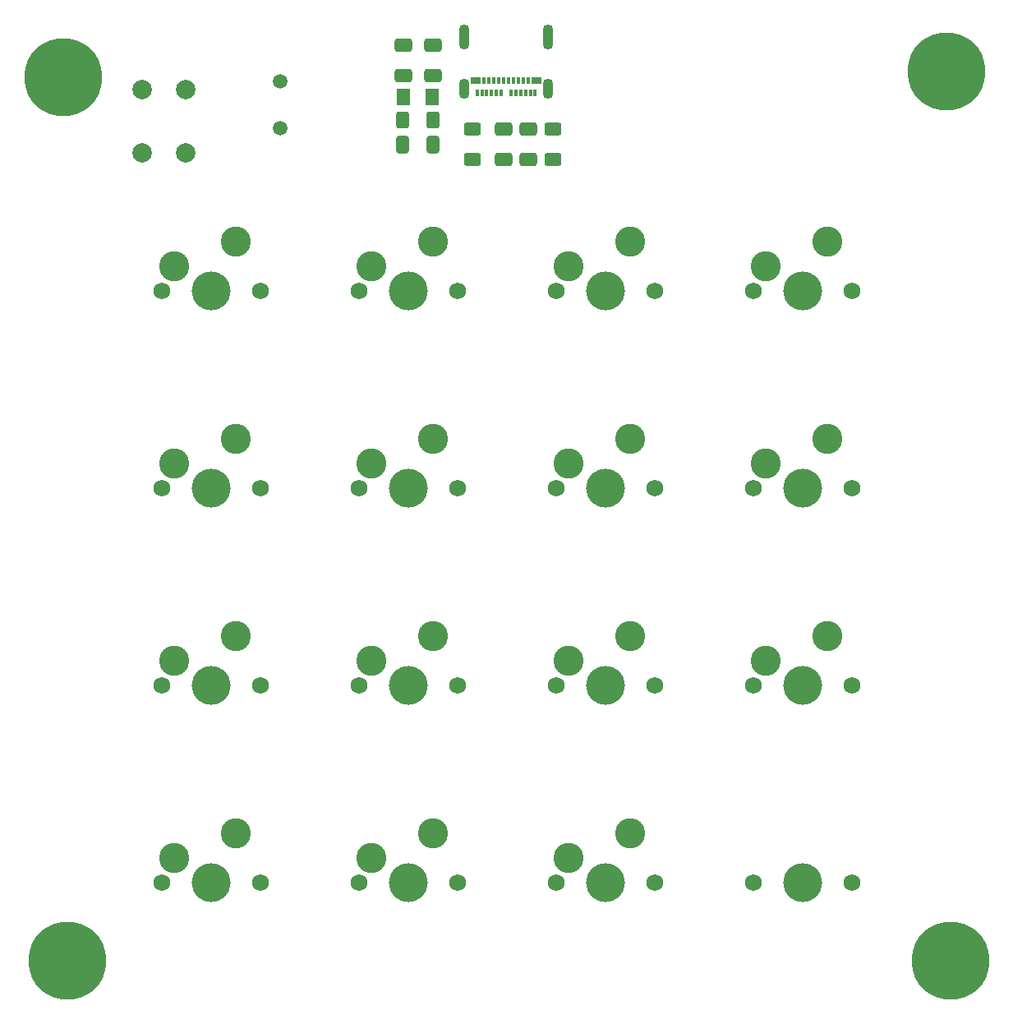
<source format=gts>
%TF.GenerationSoftware,KiCad,Pcbnew,7.0.1*%
%TF.CreationDate,2023-05-22T14:58:09-04:00*%
%TF.ProjectId,MacroPad,4d616372-6f50-4616-942e-6b696361645f,rev?*%
%TF.SameCoordinates,Original*%
%TF.FileFunction,Soldermask,Top*%
%TF.FilePolarity,Negative*%
%FSLAX46Y46*%
G04 Gerber Fmt 4.6, Leading zero omitted, Abs format (unit mm)*
G04 Created by KiCad (PCBNEW 7.0.1) date 2023-05-22 14:58:09*
%MOMM*%
%LPD*%
G01*
G04 APERTURE LIST*
G04 Aperture macros list*
%AMRoundRect*
0 Rectangle with rounded corners*
0 $1 Rounding radius*
0 $2 $3 $4 $5 $6 $7 $8 $9 X,Y pos of 4 corners*
0 Add a 4 corners polygon primitive as box body*
4,1,4,$2,$3,$4,$5,$6,$7,$8,$9,$2,$3,0*
0 Add four circle primitives for the rounded corners*
1,1,$1+$1,$2,$3*
1,1,$1+$1,$4,$5*
1,1,$1+$1,$6,$7*
1,1,$1+$1,$8,$9*
0 Add four rect primitives between the rounded corners*
20,1,$1+$1,$2,$3,$4,$5,0*
20,1,$1+$1,$4,$5,$6,$7,0*
20,1,$1+$1,$6,$7,$8,$9,0*
20,1,$1+$1,$8,$9,$2,$3,0*%
G04 Aperture macros list end*
%ADD10C,1.750000*%
%ADD11C,3.100000*%
%ADD12C,4.000000*%
%ADD13C,0.900000*%
%ADD14C,8.000000*%
%ADD15RoundRect,0.250000X0.650000X-0.412500X0.650000X0.412500X-0.650000X0.412500X-0.650000X-0.412500X0*%
%ADD16RoundRect,0.250000X-0.625000X0.400000X-0.625000X-0.400000X0.625000X-0.400000X0.625000X0.400000X0*%
%ADD17R,0.300000X0.700000*%
%ADD18R,1.000000X0.700000*%
%ADD19O,1.100000X2.100000*%
%ADD20O,1.100000X2.600000*%
%ADD21RoundRect,0.250001X0.462499X0.624999X-0.462499X0.624999X-0.462499X-0.624999X0.462499X-0.624999X0*%
%ADD22RoundRect,0.250000X-0.650000X0.412500X-0.650000X-0.412500X0.650000X-0.412500X0.650000X0.412500X0*%
%ADD23RoundRect,0.250000X0.412500X0.650000X-0.412500X0.650000X-0.412500X-0.650000X0.412500X-0.650000X0*%
%ADD24RoundRect,0.250000X-0.400000X-0.625000X0.400000X-0.625000X0.400000X0.625000X-0.400000X0.625000X0*%
%ADD25C,1.500000*%
%ADD26C,2.000000*%
G04 APERTURE END LIST*
D10*
X109220000Y-73660000D03*
D11*
X110490000Y-71120000D03*
D12*
X114300000Y-73660000D03*
D11*
X116840000Y-68580000D03*
D10*
X119380000Y-73660000D03*
X129540000Y-73660000D03*
D11*
X130810000Y-71120000D03*
D12*
X134620000Y-73660000D03*
D11*
X137160000Y-68580000D03*
D10*
X139700000Y-73660000D03*
X160020000Y-73660000D03*
D11*
X157480000Y-68580000D03*
D12*
X154940000Y-73660000D03*
D11*
X151130000Y-71120000D03*
D10*
X149860000Y-73660000D03*
X149860000Y-93980000D03*
D11*
X151130000Y-91440000D03*
D12*
X154940000Y-93980000D03*
D11*
X157480000Y-88900000D03*
D10*
X160020000Y-93980000D03*
X129540000Y-93980000D03*
D11*
X130810000Y-91440000D03*
D12*
X134620000Y-93980000D03*
D11*
X137160000Y-88900000D03*
D10*
X139700000Y-93980000D03*
D13*
X167180000Y-142658680D03*
X168058680Y-140537360D03*
X168058680Y-144780000D03*
X170180000Y-139658680D03*
D14*
X170180000Y-142658680D03*
D13*
X170180000Y-145658680D03*
X172301320Y-140537360D03*
X172301320Y-144780000D03*
X173180000Y-142658680D03*
D15*
X113792000Y-51483500D03*
X113792000Y-48358500D03*
D10*
X149860000Y-134620000D03*
D12*
X154940000Y-134620000D03*
D10*
X160020000Y-134620000D03*
X88900000Y-73660000D03*
D11*
X90170000Y-71120000D03*
D12*
X93980000Y-73660000D03*
D11*
X96520000Y-68580000D03*
D10*
X99060000Y-73660000D03*
D16*
X129247500Y-57007000D03*
X129247500Y-60107000D03*
D10*
X88900000Y-134620000D03*
D11*
X90170000Y-132080000D03*
D12*
X93980000Y-134620000D03*
D11*
X96520000Y-129540000D03*
D10*
X99060000Y-134620000D03*
X149860000Y-114300000D03*
D11*
X151130000Y-111760000D03*
D12*
X154940000Y-114300000D03*
D11*
X157480000Y-109220000D03*
D10*
X160020000Y-114300000D03*
X129540000Y-114300000D03*
D11*
X130810000Y-111760000D03*
D12*
X134620000Y-114300000D03*
D11*
X137160000Y-109220000D03*
D10*
X139700000Y-114300000D03*
D13*
X75740000Y-51639000D03*
X76618680Y-49517680D03*
X76618680Y-53760320D03*
X78740000Y-48639000D03*
D14*
X78740000Y-51639000D03*
D13*
X78740000Y-54639000D03*
X80861320Y-49517680D03*
X80861320Y-53760320D03*
X81740000Y-51639000D03*
D10*
X109220000Y-134620000D03*
D11*
X110490000Y-132080000D03*
D12*
X114300000Y-134620000D03*
D11*
X116840000Y-129540000D03*
D10*
X119380000Y-134620000D03*
X109220000Y-93980000D03*
D11*
X110490000Y-91440000D03*
D12*
X114300000Y-93980000D03*
D11*
X116840000Y-88900000D03*
D10*
X119380000Y-93980000D03*
D17*
X127412000Y-53268000D03*
X126912000Y-53268000D03*
X126412000Y-53268000D03*
X125912000Y-53268000D03*
X125412000Y-53268000D03*
X124912000Y-53268000D03*
X123912000Y-53268000D03*
X123412000Y-53268000D03*
X122912000Y-53268000D03*
X122412000Y-53268000D03*
X121912000Y-53268000D03*
X121412000Y-53268000D03*
D18*
X121312000Y-51968000D03*
D17*
X122162000Y-51968000D03*
X122662000Y-51968000D03*
X123162000Y-51968000D03*
X123662000Y-51968000D03*
X124162000Y-51968000D03*
X124662000Y-51968000D03*
X125162000Y-51968000D03*
X125662000Y-51968000D03*
X126162000Y-51968000D03*
X126662000Y-51968000D03*
D18*
X127512000Y-51968000D03*
D19*
X128732000Y-52858000D03*
D20*
X128732000Y-47498000D03*
D19*
X120092000Y-52858000D03*
D20*
X120092000Y-47498000D03*
D10*
X88900000Y-114300000D03*
D11*
X90170000Y-111760000D03*
D12*
X93980000Y-114300000D03*
D11*
X96520000Y-109220000D03*
D10*
X99060000Y-114300000D03*
D21*
X116803000Y-53657500D03*
X113828000Y-53657500D03*
D10*
X129540000Y-134620000D03*
D11*
X130810000Y-132080000D03*
D12*
X134620000Y-134620000D03*
D11*
X137160000Y-129540000D03*
D10*
X139700000Y-134620000D03*
D22*
X126707500Y-56956000D03*
X126707500Y-60081000D03*
D16*
X120904000Y-57007000D03*
X120904000Y-60107000D03*
D10*
X88900000Y-93980000D03*
D11*
X90170000Y-91440000D03*
D12*
X93980000Y-93980000D03*
D11*
X96520000Y-88900000D03*
D10*
X99060000Y-93980000D03*
D15*
X116840000Y-51483500D03*
X116840000Y-48358500D03*
D23*
X116878500Y-58557000D03*
X113753500Y-58557000D03*
D22*
X124167500Y-56956000D03*
X124167500Y-60081000D03*
D24*
X113766000Y-56017000D03*
X116866000Y-56017000D03*
D10*
X109220000Y-114300000D03*
D11*
X110490000Y-111760000D03*
D12*
X114300000Y-114300000D03*
D11*
X116840000Y-109220000D03*
D10*
X119380000Y-114300000D03*
D13*
X76158680Y-142658680D03*
X77037360Y-140537360D03*
X77037360Y-144780000D03*
X79158680Y-139658680D03*
D14*
X79158680Y-142658680D03*
D13*
X79158680Y-145658680D03*
X81280000Y-140537360D03*
X81280000Y-144780000D03*
X82158680Y-142658680D03*
X166761320Y-51026320D03*
X167640000Y-48905000D03*
X167640000Y-53147640D03*
X169761320Y-48026320D03*
D14*
X169761320Y-51026320D03*
D13*
X169761320Y-54026320D03*
X171882640Y-48905000D03*
X171882640Y-53147640D03*
X172761320Y-51026320D03*
D25*
X101116000Y-52019000D03*
X101116000Y-56899000D03*
D26*
X86892000Y-52945000D03*
X86892000Y-59445000D03*
X91392000Y-52945000D03*
X91392000Y-59445000D03*
M02*

</source>
